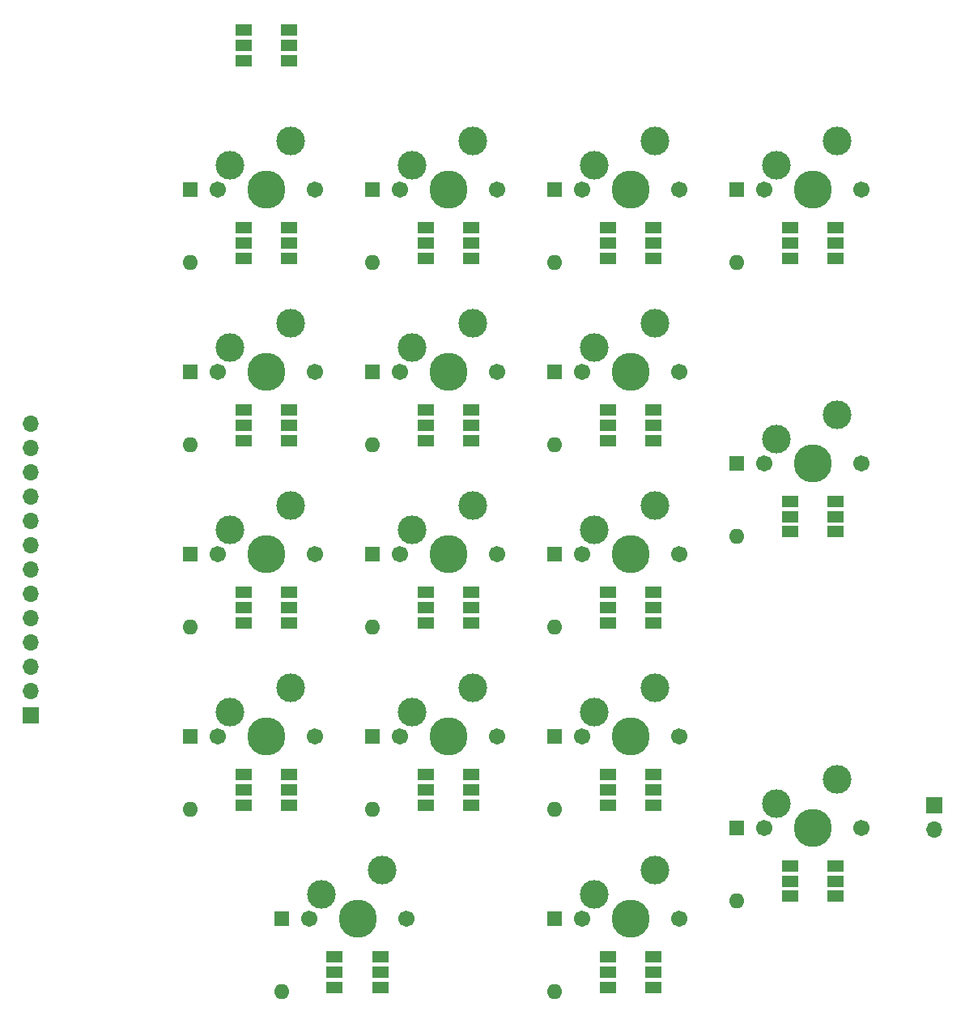
<source format=gts>
G04 #@! TF.GenerationSoftware,KiCad,Pcbnew,(5.1.10)-1*
G04 #@! TF.CreationDate,2023-01-23T12:40:00+01:00*
G04 #@! TF.ProjectId,numpad,6e756d70-6164-42e6-9b69-6361645f7063,rev?*
G04 #@! TF.SameCoordinates,Original*
G04 #@! TF.FileFunction,Soldermask,Top*
G04 #@! TF.FilePolarity,Negative*
%FSLAX46Y46*%
G04 Gerber Fmt 4.6, Leading zero omitted, Abs format (unit mm)*
G04 Created by KiCad (PCBNEW (5.1.10)-1) date 2023-01-23 12:40:00*
%MOMM*%
%LPD*%
G01*
G04 APERTURE LIST*
%ADD10C,1.701800*%
%ADD11C,3.987800*%
%ADD12C,3.000000*%
%ADD13R,1.800000X1.200000*%
%ADD14O,1.600000X1.600000*%
%ADD15R,1.600000X1.600000*%
%ADD16O,1.700000X1.700000*%
%ADD17R,1.700000X1.700000*%
G04 APERTURE END LIST*
D10*
X122713750Y-123825000D03*
X132873750Y-123825000D03*
D11*
X127793750Y-123825000D03*
D12*
X123983750Y-121285000D03*
X130333750Y-118745000D03*
D10*
X122713750Y-85725000D03*
X132873750Y-85725000D03*
D11*
X127793750Y-85725000D03*
D12*
X123983750Y-83185000D03*
X130333750Y-80645000D03*
D13*
X87293750Y-34143750D03*
X92093750Y-34143750D03*
X92093750Y-32543750D03*
X87293750Y-32543750D03*
X87293750Y-30943750D03*
X92093750Y-30943750D03*
D10*
X94138750Y-123825000D03*
X104298750Y-123825000D03*
D11*
X99218750Y-123825000D03*
D12*
X95408750Y-121285000D03*
X101758750Y-118745000D03*
D10*
X141763750Y-114300000D03*
X151923750Y-114300000D03*
D11*
X146843750Y-114300000D03*
D12*
X143033750Y-111760000D03*
X149383750Y-109220000D03*
D10*
X141763750Y-76200000D03*
X151923750Y-76200000D03*
D11*
X146843750Y-76200000D03*
D12*
X143033750Y-73660000D03*
X149383750Y-71120000D03*
D10*
X84613750Y-47625000D03*
X94773750Y-47625000D03*
D11*
X89693750Y-47625000D03*
D12*
X85883750Y-45085000D03*
X92233750Y-42545000D03*
D14*
X100806250Y-112395000D03*
D15*
X100806250Y-104775000D03*
D13*
X92093750Y-51581250D03*
X87293750Y-51581250D03*
X87293750Y-53181250D03*
X92093750Y-53181250D03*
X92093750Y-54781250D03*
X87293750Y-54781250D03*
D10*
X84613750Y-66675000D03*
X94773750Y-66675000D03*
D11*
X89693750Y-66675000D03*
D12*
X85883750Y-64135000D03*
X92233750Y-61595000D03*
D16*
X65087500Y-72072500D03*
X65087500Y-74612500D03*
X65087500Y-77152500D03*
X65087500Y-79692500D03*
X65087500Y-82232500D03*
X65087500Y-84772500D03*
X65087500Y-87312500D03*
X65087500Y-89852500D03*
X65087500Y-92392500D03*
X65087500Y-94932500D03*
X65087500Y-97472500D03*
X65087500Y-100012500D03*
D17*
X65087500Y-102552500D03*
D16*
X159543750Y-114458750D03*
D17*
X159543750Y-111918750D03*
D14*
X138906250Y-55245000D03*
D15*
X138906250Y-47625000D03*
D14*
X81756250Y-55245000D03*
D15*
X81756250Y-47625000D03*
D14*
X119856250Y-55245000D03*
D15*
X119856250Y-47625000D03*
D14*
X138906250Y-121920000D03*
D15*
X138906250Y-114300000D03*
D14*
X119856250Y-131445000D03*
D15*
X119856250Y-123825000D03*
D14*
X100806250Y-55245000D03*
D15*
X100806250Y-47625000D03*
D14*
X138906250Y-83820000D03*
D15*
X138906250Y-76200000D03*
D14*
X119856250Y-74295000D03*
D15*
X119856250Y-66675000D03*
D14*
X100806250Y-74295000D03*
D15*
X100806250Y-66675000D03*
D14*
X81756250Y-74295000D03*
D15*
X81756250Y-66675000D03*
D14*
X119856250Y-93345000D03*
D15*
X119856250Y-85725000D03*
D14*
X100806250Y-93345000D03*
D15*
X100806250Y-85725000D03*
D14*
X81756250Y-93345000D03*
D15*
X81756250Y-85725000D03*
D14*
X119856250Y-112395000D03*
D15*
X119856250Y-104775000D03*
D14*
X81756250Y-112395000D03*
D15*
X81756250Y-104775000D03*
D14*
X91281250Y-131445000D03*
D15*
X91281250Y-123825000D03*
D13*
X149243750Y-51581250D03*
X144443750Y-51581250D03*
X144443750Y-53181250D03*
X149243750Y-53181250D03*
X149243750Y-54781250D03*
X144443750Y-54781250D03*
X130193750Y-51581250D03*
X125393750Y-51581250D03*
X125393750Y-53181250D03*
X130193750Y-53181250D03*
X130193750Y-54781250D03*
X125393750Y-54781250D03*
X149243750Y-118256250D03*
X144443750Y-118256250D03*
X144443750Y-119856250D03*
X149243750Y-119856250D03*
X149243750Y-121456250D03*
X144443750Y-121456250D03*
X130193750Y-127781250D03*
X125393750Y-127781250D03*
X125393750Y-129381250D03*
X130193750Y-129381250D03*
X130193750Y-130981250D03*
X125393750Y-130981250D03*
X111143750Y-51581250D03*
X106343750Y-51581250D03*
X106343750Y-53181250D03*
X111143750Y-53181250D03*
X111143750Y-54781250D03*
X106343750Y-54781250D03*
X149243750Y-80156250D03*
X144443750Y-80156250D03*
X144443750Y-81756250D03*
X149243750Y-81756250D03*
X149243750Y-83356250D03*
X144443750Y-83356250D03*
X125393750Y-73831250D03*
X130193750Y-73831250D03*
X130193750Y-72231250D03*
X125393750Y-72231250D03*
X125393750Y-70631250D03*
X130193750Y-70631250D03*
X106343750Y-73831250D03*
X111143750Y-73831250D03*
X111143750Y-72231250D03*
X106343750Y-72231250D03*
X106343750Y-70631250D03*
X111143750Y-70631250D03*
X87293750Y-73831250D03*
X92093750Y-73831250D03*
X92093750Y-72231250D03*
X87293750Y-72231250D03*
X87293750Y-70631250D03*
X92093750Y-70631250D03*
X130193750Y-89681250D03*
X125393750Y-89681250D03*
X125393750Y-91281250D03*
X130193750Y-91281250D03*
X130193750Y-92881250D03*
X125393750Y-92881250D03*
X111143750Y-89681250D03*
X106343750Y-89681250D03*
X106343750Y-91281250D03*
X111143750Y-91281250D03*
X111143750Y-92881250D03*
X106343750Y-92881250D03*
X92093750Y-89681250D03*
X87293750Y-89681250D03*
X87293750Y-91281250D03*
X92093750Y-91281250D03*
X92093750Y-92881250D03*
X87293750Y-92881250D03*
X125393750Y-111931250D03*
X130193750Y-111931250D03*
X130193750Y-110331250D03*
X125393750Y-110331250D03*
X125393750Y-108731250D03*
X130193750Y-108731250D03*
X106343750Y-111931250D03*
X111143750Y-111931250D03*
X111143750Y-110331250D03*
X106343750Y-110331250D03*
X106343750Y-108731250D03*
X111143750Y-108731250D03*
X87293750Y-111931250D03*
X92093750Y-111931250D03*
X92093750Y-110331250D03*
X87293750Y-110331250D03*
X87293750Y-108731250D03*
X92093750Y-108731250D03*
X101618750Y-127781250D03*
X96818750Y-127781250D03*
X96818750Y-129381250D03*
X101618750Y-129381250D03*
X101618750Y-130981250D03*
X96818750Y-130981250D03*
D10*
X141763750Y-47625000D03*
X151923750Y-47625000D03*
D11*
X146843750Y-47625000D03*
D12*
X143033750Y-45085000D03*
X149383750Y-42545000D03*
D10*
X122713750Y-47625000D03*
X132873750Y-47625000D03*
D11*
X127793750Y-47625000D03*
D12*
X123983750Y-45085000D03*
X130333750Y-42545000D03*
D10*
X103663750Y-47625000D03*
X113823750Y-47625000D03*
D11*
X108743750Y-47625000D03*
D12*
X104933750Y-45085000D03*
X111283750Y-42545000D03*
D10*
X122713750Y-66675000D03*
X132873750Y-66675000D03*
D11*
X127793750Y-66675000D03*
D12*
X123983750Y-64135000D03*
X130333750Y-61595000D03*
D10*
X103663750Y-66675000D03*
X113823750Y-66675000D03*
D11*
X108743750Y-66675000D03*
D12*
X104933750Y-64135000D03*
X111283750Y-61595000D03*
D10*
X103663750Y-85725000D03*
X113823750Y-85725000D03*
D11*
X108743750Y-85725000D03*
D12*
X104933750Y-83185000D03*
X111283750Y-80645000D03*
D10*
X84613750Y-85725000D03*
X94773750Y-85725000D03*
D11*
X89693750Y-85725000D03*
D12*
X85883750Y-83185000D03*
X92233750Y-80645000D03*
D10*
X122713750Y-104775000D03*
X132873750Y-104775000D03*
D11*
X127793750Y-104775000D03*
D12*
X123983750Y-102235000D03*
X130333750Y-99695000D03*
D10*
X103663750Y-104775000D03*
X113823750Y-104775000D03*
D11*
X108743750Y-104775000D03*
D12*
X104933750Y-102235000D03*
X111283750Y-99695000D03*
D10*
X84613750Y-104775000D03*
X94773750Y-104775000D03*
D11*
X89693750Y-104775000D03*
D12*
X85883750Y-102235000D03*
X92233750Y-99695000D03*
M02*

</source>
